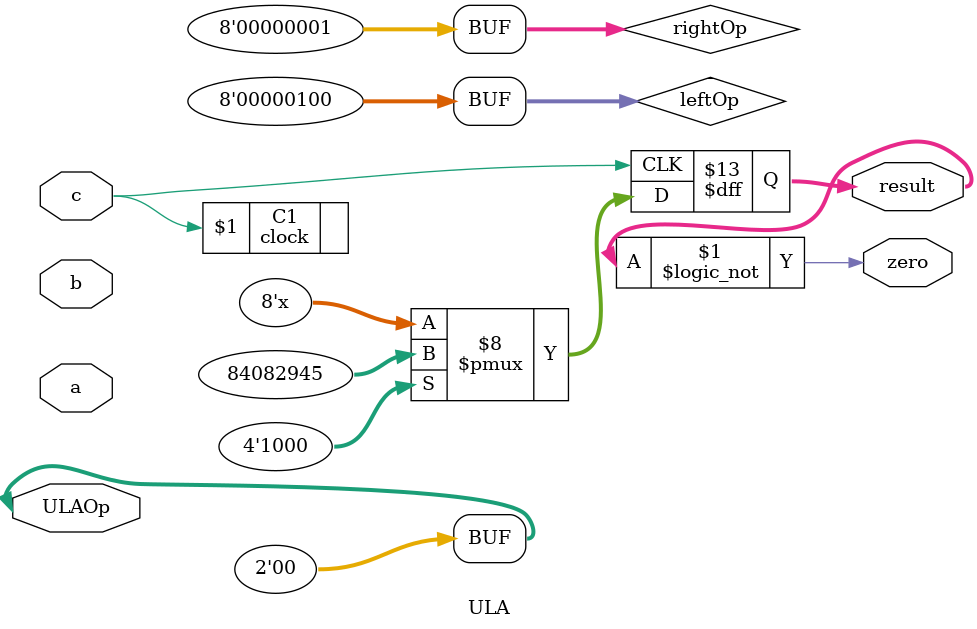
<source format=v>
module ULA (a, b, c, result, zero, ULAOp);

clock C1 (c);
input a, b;
input c;
reg [7:0] leftOp, rightOp;
input [1:0] ULAOp;
output reg [7:0] result;
output zero;

assign zero = (result==0);
assign ULAOp = 2'b00;

initial begin

//apenas para fins de simulacao

leftOp = 8'b00000100;
rightOp = 8'b00000001;

$monitor(" %0d %b %b %b ", $time, leftOp, rightOp, result);

end

always @(posedge c) begin

	case (ULAOp)
	
	2'b00: result = leftOp + rightOp;
	2'b01:	result = leftOp - rightOp;
	2'b10:	result = leftOp && rightOp;
	2'b11:	result = leftOp || rightOp;
	default: result = 0; //esse caso nao deve acontecer

	endcase

end

endmodule
</source>
